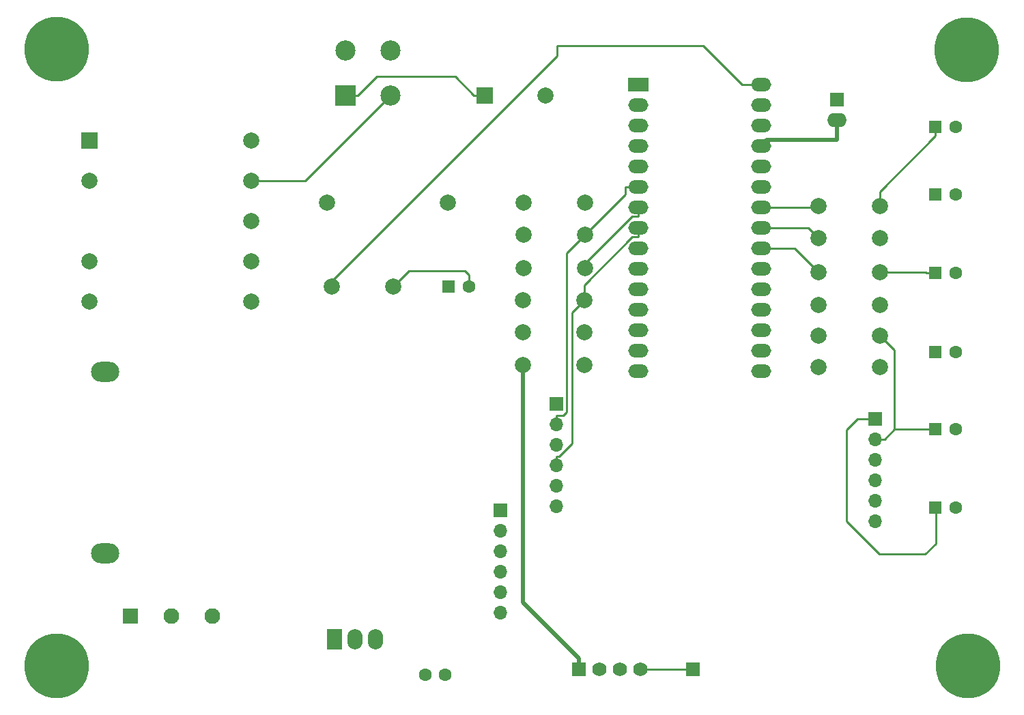
<source format=gbr>
%TF.GenerationSoftware,KiCad,Pcbnew,(5.1.8)-1*%
%TF.CreationDate,2021-12-10T09:08:05+01:00*%
%TF.ProjectId,Schema_Commande_Chacon_54650TX_V2,53636865-6d61-45f4-936f-6d6d616e6465,rev?*%
%TF.SameCoordinates,Original*%
%TF.FileFunction,Copper,L1,Top*%
%TF.FilePolarity,Positive*%
%FSLAX46Y46*%
G04 Gerber Fmt 4.6, Leading zero omitted, Abs format (unit mm)*
G04 Created by KiCad (PCBNEW (5.1.8)-1) date 2021-12-10 09:08:05*
%MOMM*%
%LPD*%
G01*
G04 APERTURE LIST*
%TA.AperFunction,ComponentPad*%
%ADD10C,8.000000*%
%TD*%
%TA.AperFunction,ComponentPad*%
%ADD11O,1.900000X2.500000*%
%TD*%
%TA.AperFunction,ComponentPad*%
%ADD12R,1.900000X2.500000*%
%TD*%
%TA.AperFunction,ComponentPad*%
%ADD13C,2.000000*%
%TD*%
%TA.AperFunction,ComponentPad*%
%ADD14O,3.500000X2.500000*%
%TD*%
%TA.AperFunction,ComponentPad*%
%ADD15R,2.000000X2.000000*%
%TD*%
%TA.AperFunction,ComponentPad*%
%ADD16C,1.600000*%
%TD*%
%TA.AperFunction,ComponentPad*%
%ADD17C,2.500000*%
%TD*%
%TA.AperFunction,ComponentPad*%
%ADD18R,2.500000X2.500000*%
%TD*%
%TA.AperFunction,ComponentPad*%
%ADD19R,1.600000X1.600000*%
%TD*%
%TA.AperFunction,ComponentPad*%
%ADD20R,2.500000X1.700000*%
%TD*%
%TA.AperFunction,ComponentPad*%
%ADD21O,2.500000X1.700000*%
%TD*%
%TA.AperFunction,ComponentPad*%
%ADD22C,1.760000*%
%TD*%
%TA.AperFunction,ComponentPad*%
%ADD23R,1.760000X1.760000*%
%TD*%
%TA.AperFunction,ComponentPad*%
%ADD24O,2.400000X1.760000*%
%TD*%
%TA.AperFunction,ComponentPad*%
%ADD25R,1.950000X1.950000*%
%TD*%
%TA.AperFunction,ComponentPad*%
%ADD26C,1.950000*%
%TD*%
%TA.AperFunction,ComponentPad*%
%ADD27R,1.700000X1.700000*%
%TD*%
%TA.AperFunction,ComponentPad*%
%ADD28O,1.700000X1.700000*%
%TD*%
%TA.AperFunction,Conductor*%
%ADD29C,0.250000*%
%TD*%
%TA.AperFunction,Conductor*%
%ADD30C,0.500000*%
%TD*%
G04 APERTURE END LIST*
D10*
%TO.P,3\u002C5mm,*%
%TO.N,*%
X44300000Y-120960000D03*
%TD*%
%TO.P,3\u002C5mm,*%
%TO.N,*%
X44300000Y-44460000D03*
%TD*%
%TO.P,3\u002C5mm,*%
%TO.N,*%
X157300000Y-120960000D03*
%TD*%
%TO.P,3\u002C5mm,*%
%TO.N,*%
X157140000Y-44510000D03*
%TD*%
D11*
%TO.P,U1,3*%
%TO.N,Net-(C3-Pad1)*%
X83840000Y-117710000D03*
%TO.P,U1,2*%
%TO.N,GND*%
X81300000Y-117710000D03*
D12*
%TO.P,U1,1*%
%TO.N,Net-(C1-Pad1)*%
X78760000Y-117710000D03*
%TD*%
D13*
%TO.P,C2,1*%
%TO.N,Net-(C1-Pad1)*%
X77800000Y-63500000D03*
%TO.P,C2,2*%
%TO.N,GND*%
X92800000Y-63500000D03*
%TD*%
D14*
%TO.P,F1,1*%
%TO.N,Net-(F1-Pad1)*%
X50300000Y-84500000D03*
%TO.P,F1,2*%
%TO.N,Net-(F1-Pad2)*%
X50300000Y-107000000D03*
%TD*%
D15*
%TO.P,C1,1*%
%TO.N,Net-(C1-Pad1)*%
X97400000Y-50200000D03*
D13*
%TO.P,C1,2*%
%TO.N,GND*%
X104900000Y-50200000D03*
%TD*%
D16*
%TO.P,C3,1*%
%TO.N,Net-(C3-Pad1)*%
X92500000Y-122100000D03*
%TO.P,C3,2*%
%TO.N,GND*%
X90000000Y-122100000D03*
%TD*%
D17*
%TO.P,D1,3*%
%TO.N,GND*%
X85700000Y-44600000D03*
D18*
%TO.P,D1,1*%
%TO.N,Net-(C1-Pad1)*%
X80100000Y-50200000D03*
D17*
%TO.P,D1,2*%
%TO.N,Net-(D1-Pad2)*%
X85700000Y-50200000D03*
%TO.P,D1,4*%
%TO.N,Net-(D1-Pad4)*%
X80100000Y-44600000D03*
%TD*%
D19*
%TO.P,D2,1*%
%TO.N,GND*%
X92900000Y-73900000D03*
D16*
%TO.P,D2,2*%
%TO.N,Net-(D2-Pad2)*%
X95440000Y-73900000D03*
%TD*%
D19*
%TO.P,D3,1*%
%TO.N,Net-(D3-Pad1)*%
X153300000Y-101300000D03*
D16*
%TO.P,D3,2*%
%TO.N,5V*%
X155840000Y-101300000D03*
%TD*%
%TO.P,D4,2*%
%TO.N,5V*%
X155840000Y-91600000D03*
D19*
%TO.P,D4,1*%
%TO.N,Net-(D4-Pad1)*%
X153300000Y-91600000D03*
%TD*%
%TO.P,D5,1*%
%TO.N,Net-(D5-Pad1)*%
X153300000Y-82000000D03*
D16*
%TO.P,D5,2*%
%TO.N,5V*%
X155840000Y-82000000D03*
%TD*%
%TO.P,D6,2*%
%TO.N,5V*%
X155840000Y-72200000D03*
D19*
%TO.P,D6,1*%
%TO.N,Net-(D6-Pad1)*%
X153300000Y-72200000D03*
%TD*%
%TO.P,D7,1*%
%TO.N,Net-(D7-Pad1)*%
X153300000Y-62500000D03*
D16*
%TO.P,D7,2*%
%TO.N,5V*%
X155840000Y-62500000D03*
%TD*%
%TO.P,D8,2*%
%TO.N,5V*%
X155840000Y-54100000D03*
D19*
%TO.P,D8,1*%
%TO.N,Net-(D8-Pad1)*%
X153300000Y-54100000D03*
%TD*%
D13*
%TO.P,R1,1*%
%TO.N,Net-(C3-Pad1)*%
X78400000Y-73900000D03*
%TO.P,R1,2*%
%TO.N,Net-(D2-Pad2)*%
X86020000Y-73900000D03*
%TD*%
%TO.P,R2,1*%
%TO.N,5V*%
X102200000Y-63500000D03*
%TO.P,R2,2*%
%TO.N,Net-(J3-Pad1)*%
X109820000Y-63500000D03*
%TD*%
%TO.P,R3,1*%
%TO.N,5V*%
X102200000Y-67500000D03*
%TO.P,R3,2*%
%TO.N,Net-(J3-Pad2)*%
X109820000Y-67500000D03*
%TD*%
%TO.P,R4,2*%
%TO.N,Net-(J3-Pad3)*%
X109820000Y-71600000D03*
%TO.P,R4,1*%
%TO.N,5V*%
X102200000Y-71600000D03*
%TD*%
%TO.P,R5,1*%
%TO.N,5V*%
X102100000Y-75600000D03*
%TO.P,R5,2*%
%TO.N,Net-(J3-Pad4)*%
X109720000Y-75600000D03*
%TD*%
%TO.P,R6,2*%
%TO.N,Net-(J3-Pad5)*%
X109720000Y-79600000D03*
%TO.P,R6,1*%
%TO.N,5V*%
X102100000Y-79600000D03*
%TD*%
%TO.P,R7,2*%
%TO.N,Net-(J3-Pad6)*%
X109720000Y-83600000D03*
%TO.P,R7,1*%
%TO.N,5V*%
X102100000Y-83600000D03*
%TD*%
%TO.P,R8,1*%
%TO.N,Net-(R8-Pad1)*%
X138800000Y-83900000D03*
%TO.P,R8,2*%
%TO.N,Net-(D3-Pad1)*%
X146420000Y-83900000D03*
%TD*%
%TO.P,R9,2*%
%TO.N,Net-(D4-Pad1)*%
X146420000Y-80000000D03*
%TO.P,R9,1*%
%TO.N,Net-(R9-Pad1)*%
X138800000Y-80000000D03*
%TD*%
%TO.P,R10,2*%
%TO.N,Net-(D5-Pad1)*%
X146420000Y-76200000D03*
%TO.P,R10,1*%
%TO.N,Net-(R10-Pad1)*%
X138800000Y-76200000D03*
%TD*%
%TO.P,R11,1*%
%TO.N,Net-(R11-Pad1)*%
X138800000Y-72100000D03*
%TO.P,R11,2*%
%TO.N,Net-(D6-Pad1)*%
X146420000Y-72100000D03*
%TD*%
%TO.P,R12,2*%
%TO.N,Net-(D7-Pad1)*%
X146420000Y-67900000D03*
%TO.P,R12,1*%
%TO.N,Net-(R12-Pad1)*%
X138800000Y-67900000D03*
%TD*%
%TO.P,R13,1*%
%TO.N,Net-(R13-Pad1)*%
X138800000Y-63900000D03*
%TO.P,R13,2*%
%TO.N,Net-(D8-Pad1)*%
X146420000Y-63900000D03*
%TD*%
D20*
%TO.P,U2,1*%
%TO.N,Net-(U2-Pad1)*%
X116400000Y-48800000D03*
D21*
%TO.P,U2,17*%
%TO.N,Net-(U2-Pad17)*%
X131640000Y-81820000D03*
%TO.P,U2,2*%
%TO.N,Net-(U2-Pad2)*%
X116400000Y-51340000D03*
%TO.P,U2,18*%
%TO.N,Net-(U2-Pad18)*%
X131640000Y-79280000D03*
%TO.P,U2,3*%
%TO.N,Net-(U2-Pad3)*%
X116400000Y-53880000D03*
%TO.P,U2,19*%
%TO.N,Net-(R8-Pad1)*%
X131640000Y-76740000D03*
%TO.P,U2,4*%
%TO.N,GND*%
X116400000Y-56420000D03*
%TO.P,U2,20*%
%TO.N,Net-(R9-Pad1)*%
X131640000Y-74200000D03*
%TO.P,U2,5*%
%TO.N,Net-(J3-Pad1)*%
X116400000Y-58960000D03*
%TO.P,U2,21*%
%TO.N,Net-(R10-Pad1)*%
X131640000Y-71660000D03*
%TO.P,U2,6*%
%TO.N,Net-(J3-Pad2)*%
X116400000Y-61500000D03*
%TO.P,U2,22*%
%TO.N,Net-(R11-Pad1)*%
X131640000Y-69120000D03*
%TO.P,U2,7*%
%TO.N,Net-(J3-Pad3)*%
X116400000Y-64040000D03*
%TO.P,U2,23*%
%TO.N,Net-(R12-Pad1)*%
X131640000Y-66580000D03*
%TO.P,U2,8*%
%TO.N,Net-(J3-Pad4)*%
X116400000Y-66580000D03*
%TO.P,U2,24*%
%TO.N,Net-(R13-Pad1)*%
X131640000Y-64040000D03*
%TO.P,U2,9*%
%TO.N,Net-(J3-Pad5)*%
X116400000Y-69120000D03*
%TO.P,U2,25*%
%TO.N,GND*%
X131640000Y-61500000D03*
%TO.P,U2,10*%
%TO.N,Net-(J3-Pad6)*%
X116400000Y-71660000D03*
%TO.P,U2,26*%
%TO.N,GND*%
X131640000Y-58960000D03*
%TO.P,U2,11*%
X116400000Y-74200000D03*
%TO.P,U2,27*%
%TO.N,5V*%
X131640000Y-56420000D03*
%TO.P,U2,12*%
%TO.N,GND*%
X116400000Y-76740000D03*
%TO.P,U2,28*%
%TO.N,Net-(U2-Pad28)*%
X131640000Y-53880000D03*
%TO.P,U2,13*%
%TO.N,GND*%
X116400000Y-79280000D03*
%TO.P,U2,29*%
X131640000Y-51340000D03*
%TO.P,U2,14*%
X116400000Y-81820000D03*
%TO.P,U2,30*%
%TO.N,Net-(C3-Pad1)*%
X131640000Y-48800000D03*
%TO.P,U2,15*%
%TO.N,Net-(U2-Pad15)*%
X116400000Y-84360000D03*
%TO.P,U2,16*%
%TO.N,GND*%
X131640000Y-84360000D03*
%TD*%
D22*
%TO.P,U3,4*%
%TO.N,Net-(J6-Pad1)*%
X116710000Y-121410000D03*
%TO.P,U3,3*%
%TO.N,Net-(U2-Pad15)*%
X114170000Y-121410000D03*
%TO.P,U3,2*%
%TO.N,GND*%
X111630000Y-121410000D03*
D23*
%TO.P,U3,1*%
%TO.N,5V*%
X109090000Y-121410000D03*
%TD*%
%TO.P,J5,1*%
%TO.N,5V*%
X141100000Y-50700000D03*
D24*
%TO.P,J5,2*%
X141100000Y-53240000D03*
%TD*%
D25*
%TO.P,J1,1*%
%TO.N,Net-(J1-Pad1)*%
X53420000Y-114800000D03*
D26*
%TO.P,J1,2*%
%TO.N,Net-(J1-Pad2)*%
X58500000Y-114800000D03*
%TO.P,J1,3*%
%TO.N,Net-(F1-Pad2)*%
X63580000Y-114800000D03*
%TD*%
D15*
%TO.P,TR1,1*%
%TO.N,Net-(J1-Pad1)*%
X48400000Y-55800000D03*
D13*
%TO.P,TR1,2*%
%TO.N,N/C*%
X48400000Y-60800000D03*
%TO.P,TR1,4*%
X48400000Y-70800000D03*
%TO.P,TR1,5*%
%TO.N,Net-(F1-Pad1)*%
X48400000Y-75800000D03*
%TO.P,TR1,6*%
%TO.N,N/C*%
X68400000Y-75800000D03*
%TO.P,TR1,7*%
%TO.N,Net-(D1-Pad4)*%
X68400000Y-70800000D03*
%TO.P,TR1,8*%
%TO.N,N/C*%
X68400000Y-65800000D03*
%TO.P,TR1,9*%
%TO.N,Net-(D1-Pad2)*%
X68400000Y-60800000D03*
%TO.P,TR1,10*%
%TO.N,N/C*%
X68400000Y-55800000D03*
%TD*%
D27*
%TO.P,J2,1*%
%TO.N,GND*%
X99300000Y-101710000D03*
D28*
%TO.P,J2,2*%
X99300000Y-104250000D03*
%TO.P,J2,3*%
X99300000Y-106790000D03*
%TO.P,J2,4*%
X99300000Y-109330000D03*
%TO.P,J2,5*%
X99300000Y-111870000D03*
%TO.P,J2,6*%
X99300000Y-114410000D03*
%TD*%
D27*
%TO.P,J3,1*%
%TO.N,Net-(J3-Pad1)*%
X106300000Y-88500000D03*
D28*
%TO.P,J3,2*%
%TO.N,Net-(J3-Pad2)*%
X106300000Y-91040000D03*
%TO.P,J3,3*%
%TO.N,Net-(J3-Pad3)*%
X106300000Y-93580000D03*
%TO.P,J3,4*%
%TO.N,Net-(J3-Pad4)*%
X106300000Y-96120000D03*
%TO.P,J3,5*%
%TO.N,Net-(J3-Pad5)*%
X106300000Y-98660000D03*
%TO.P,J3,6*%
%TO.N,Net-(J3-Pad6)*%
X106300000Y-101200000D03*
%TD*%
%TO.P,J4,6*%
%TO.N,Net-(D8-Pad1)*%
X145800000Y-103000000D03*
%TO.P,J4,5*%
%TO.N,Net-(D7-Pad1)*%
X145800000Y-100460000D03*
%TO.P,J4,4*%
%TO.N,Net-(D6-Pad1)*%
X145800000Y-97920000D03*
%TO.P,J4,3*%
%TO.N,Net-(D5-Pad1)*%
X145800000Y-95380000D03*
%TO.P,J4,2*%
%TO.N,Net-(D4-Pad1)*%
X145800000Y-92840000D03*
D27*
%TO.P,J4,1*%
%TO.N,Net-(D3-Pad1)*%
X145800000Y-90300000D03*
%TD*%
D23*
%TO.P,J6,1*%
%TO.N,Net-(J6-Pad1)*%
X123200000Y-121400000D03*
%TD*%
D29*
%TO.N,Net-(C1-Pad1)*%
X84045300Y-47830000D02*
X81675300Y-50200000D01*
X93704700Y-47830000D02*
X84045300Y-47830000D01*
X96074700Y-50200000D02*
X93704700Y-47830000D01*
X81675300Y-50200000D02*
X80100000Y-50200000D01*
X97400000Y-50200000D02*
X96074700Y-50200000D01*
%TO.N,Net-(C3-Pad1)*%
X78400000Y-73230000D02*
X78400000Y-73900000D01*
X106340000Y-45290000D02*
X78400000Y-73230000D01*
X124509400Y-44020000D02*
X106340000Y-44020000D01*
X106340000Y-44020000D02*
X106340000Y-45290000D01*
X129289400Y-48800000D02*
X124509400Y-44020000D01*
X131640000Y-48800000D02*
X129289400Y-48800000D01*
%TO.N,Net-(D1-Pad2)*%
X68400000Y-60800000D02*
X75100000Y-60800000D01*
X75100000Y-60800000D02*
X85700000Y-50200000D01*
%TO.N,Net-(D2-Pad2)*%
X95440000Y-72490000D02*
X95440000Y-73900000D01*
X94910000Y-71960000D02*
X95440000Y-72490000D01*
X87960000Y-71960000D02*
X94910000Y-71960000D01*
X86020000Y-73900000D02*
X87960000Y-71960000D01*
%TO.N,Net-(D3-Pad1)*%
X153330000Y-105808900D02*
X153330000Y-101330000D01*
X152017250Y-107121650D02*
X153330000Y-105808900D01*
X153330000Y-101330000D02*
X153300000Y-101300000D01*
X146353050Y-107121650D02*
X152017250Y-107121650D01*
X142230200Y-102998800D02*
X146353050Y-107121650D01*
X142230200Y-91670400D02*
X142230200Y-102998800D01*
X143576400Y-90324200D02*
X142230200Y-91670400D01*
X145775800Y-90324200D02*
X143576400Y-90324200D01*
X145800000Y-90300000D02*
X145775800Y-90324200D01*
D30*
%TO.N,5V*%
X109090000Y-121410000D02*
X109090000Y-120079700D01*
X102100000Y-83600000D02*
X102100000Y-113089700D01*
X102100000Y-113089700D02*
X109090000Y-120079700D01*
X132381400Y-55678600D02*
X131640000Y-56420000D01*
X141100000Y-55678600D02*
X132381400Y-55678600D01*
X141100000Y-53240000D02*
X141100000Y-55678600D01*
D29*
%TO.N,Net-(D4-Pad1)*%
X148215300Y-91600000D02*
X153300000Y-91600000D01*
X146975300Y-92840000D02*
X148215300Y-91600000D01*
X148215300Y-91600000D02*
X148215300Y-81795300D01*
X148215300Y-81795300D02*
X146420000Y-80000000D01*
X145800000Y-92840000D02*
X146975300Y-92840000D01*
%TO.N,Net-(D6-Pad1)*%
X153300000Y-72200000D02*
X152174700Y-72200000D01*
X146420000Y-72100000D02*
X152074700Y-72100000D01*
X152074700Y-72100000D02*
X152174700Y-72200000D01*
%TO.N,Net-(D8-Pad1)*%
X153300000Y-54100000D02*
X153300000Y-55225300D01*
X146420000Y-63900000D02*
X146420000Y-62105300D01*
X146420000Y-62105300D02*
X153300000Y-55225300D01*
%TO.N,Net-(J3-Pad2)*%
X116400000Y-61500000D02*
X114824700Y-61500000D01*
X109820000Y-67500000D02*
X114824700Y-62495300D01*
X114824700Y-62495300D02*
X114824700Y-61500000D01*
X107533800Y-69786200D02*
X109820000Y-67500000D01*
X107108100Y-89864700D02*
X107533800Y-89439000D01*
X106300000Y-89864700D02*
X107108100Y-89864700D01*
X107533800Y-89439000D02*
X107533800Y-69786200D01*
X106300000Y-91040000D02*
X106300000Y-89864700D01*
%TO.N,Net-(J3-Pad3)*%
X116400000Y-64040000D02*
X116400000Y-65215300D01*
X116400000Y-65215300D02*
X115668800Y-65215300D01*
X115668800Y-65215300D02*
X109820000Y-71064100D01*
X109820000Y-71064100D02*
X109820000Y-71600000D01*
%TO.N,Net-(J3-Pad4)*%
X116400000Y-66580000D02*
X116400000Y-67755300D01*
X116400000Y-67755300D02*
X115665400Y-67755300D01*
X115665400Y-67755300D02*
X109720000Y-73700700D01*
X109720000Y-73700700D02*
X109720000Y-75600000D01*
X108219600Y-77100400D02*
X109720000Y-75600000D01*
X108219600Y-93360700D02*
X108219600Y-77100400D01*
X106635600Y-94944700D02*
X108219600Y-93360700D01*
X106300000Y-94944700D02*
X106635600Y-94944700D01*
X106300000Y-96120000D02*
X106300000Y-94944700D01*
%TO.N,Net-(R11-Pad1)*%
X131640000Y-69120000D02*
X135820000Y-69120000D01*
X135820000Y-69120000D02*
X138800000Y-72100000D01*
%TO.N,Net-(R12-Pad1)*%
X131640000Y-66580000D02*
X137480000Y-66580000D01*
X137480000Y-66580000D02*
X138800000Y-67900000D01*
%TO.N,Net-(R13-Pad1)*%
X131640000Y-64040000D02*
X138660000Y-64040000D01*
X138660000Y-64040000D02*
X138800000Y-63900000D01*
%TO.N,Net-(J6-Pad1)*%
X123200000Y-121400000D02*
X116720000Y-121400000D01*
X116720000Y-121400000D02*
X116710000Y-121410000D01*
%TD*%
M02*

</source>
